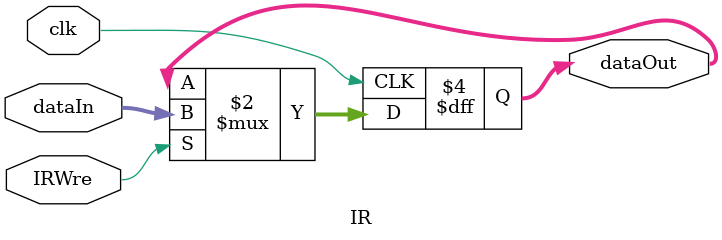
<source format=v>
`timescale 1ns / 1ps


module IR(clk, IRWre, dataIn, dataOut);
  input clk;
  input IRWre;
  input [31:0] dataIn;
  output reg [31:0] dataOut;

  always @(negedge clk) begin
    if (IRWre) begin
      dataOut <= dataIn;
    end
  end
endmodule

</source>
